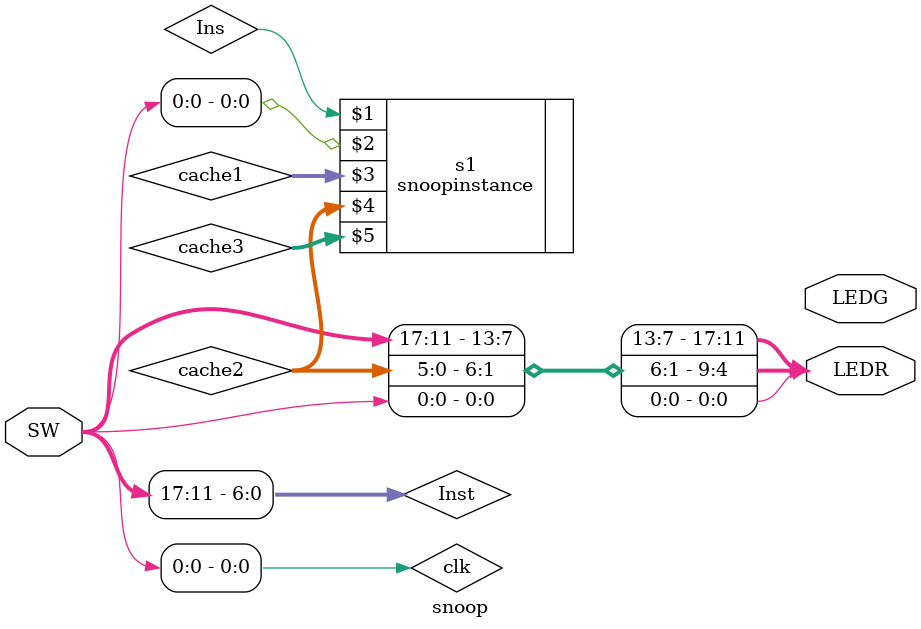
<source format=v>
/* ARRUMAR ERRO INSTRUÇÃO, URGENTE
	Inst:
		[6:5] escolhe_processador
		[4] operacao
		[3] Tag
		[2:0] Dado	
*/

module snoop (SW,LEDG,LEDR);
	input  [17:0]SW;
	output [7:0]LEDG;
	output [17:0]LEDR;
	wire [5:0] cache1;
	wire [5:0] cache2;
	wire [5:0] cache3;
	
	
	wire clk = SW[0];
	wire [6:0]Inst = SW[17:11];
	assign Inst = LEDR[17:11];
	snoopinstance s1(Ins,clk,cache1,cache2,cache3);
	assign LEDR[0] = clk;
	assign LEDR[17:11] = Inst;
	assign LEDR[9:4] = cache2;

endmodule


</source>
